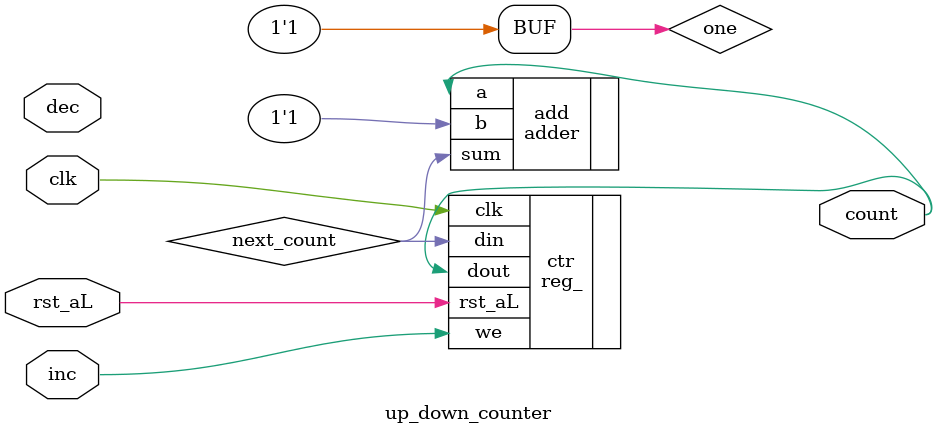
<source format=v>
`ifndef UP_DOWN_COUNTER_V
`define UP_DOWN_COUNTER_V

`include "freepdk-45nm/stdcells.v"
`include "misc/reg_.v"
`include "misc/adder.v"

module up_down_counter #(
    parameter WIDTH = 1
) (
    input wire clk,
    // input wire rst_aL, (NOTE: edited to suppress "coerced to input" warning)
    input wire rst_aL,
    input wire inc,
    input wire dec,
    // inc = 0, dec = 0: no change (0)
    // inc = 0, dec = 1: decrement (-1)
    // inc = 1, dec = 0: increment (+1)
    // inc = 1, dec = 1: no change (0)
    // use mux4 to select the correct input to the adder
    output wire [WIDTH-1:0] count
);
    wire [WIDTH-1:0] next_count;
    reg_ #(.WIDTH(WIDTH)) ctr (
        .clk(clk),
        .rst_aL(rst_aL),
        .we(inc),
        .din(next_count),
        .dout(count)
    );
    wire [WIDTH-1:0] one = 'b1;
    adder #(.WIDTH(WIDTH)) add (
        .a(count),
        .b(one),
        .sum(next_count)
    );
    // TODO: implement the decrement
endmodule

`endif

</source>
